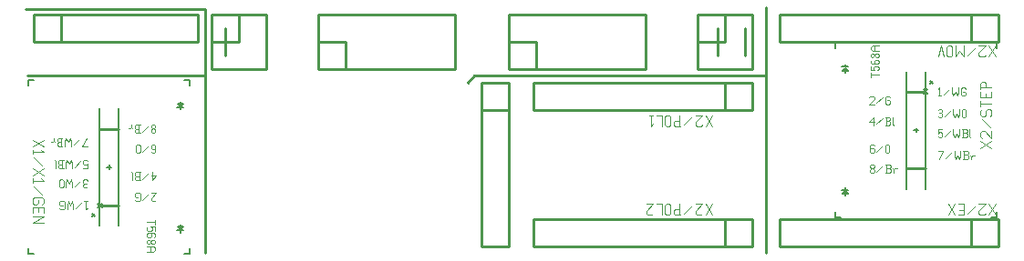
<source format=gbr>
G04 start of page 8 for group -4079 idx -4079 *
G04 Title: (unknown), topsilk *
G04 Creator: pcb 1.99z *
G04 CreationDate: Sat 29 Oct 2016 01:04:30 AM GMT UTC *
G04 For: commonadmin *
G04 Format: Gerber/RS-274X *
G04 PCB-Dimensions (mil): 4000.00 3000.00 *
G04 PCB-Coordinate-Origin: lower left *
%MOIN*%
%FSLAX25Y25*%
%LNTOPSILK*%
%ADD77C,0.0040*%
%ADD76C,0.0030*%
%ADD75C,0.0060*%
%ADD74C,0.0100*%
G54D74*X77500Y93031D02*Y83031D01*
X4500Y100031D02*X70000D01*
Y10531D01*
Y75531D02*X5000D01*
G54D75*X32358Y28705D02*X30783Y27130D01*
Y28705D02*X32358Y27130D01*
G54D74*X257500Y93031D02*Y83031D01*
X267500Y93031D02*Y83031D01*
X275000Y100531D02*Y10531D01*
Y75531D02*X168500D01*
X166000Y73031D01*
G54D75*X332642Y68874D02*X334217Y70449D01*
Y68874D02*X332642Y70449D01*
G54D76*X27043Y27063D02*X26443Y26463D01*
Y29463D02*Y26463D01*
X25918Y29463D02*X27043D01*
X25018Y29088D02*X22768Y26838D01*
X21868Y27963D02*Y26463D01*
Y27963D02*X21493Y29463D01*
X20743Y27963D01*
X19993Y29463D01*
X19618Y27963D01*
Y26463D01*
X17218D02*X16843Y26838D01*
X17218Y26463D02*X18343D01*
X18718Y26838D02*X18343Y26463D01*
X18718Y29088D02*Y26838D01*
Y29088D02*X18343Y29463D01*
X17218D02*X18343D01*
X17218D02*X16843Y29088D01*
Y28338D01*
X17218Y27963D02*X16843Y28338D01*
X17218Y27963D02*X17968D01*
X26984Y34790D02*X26609Y34415D01*
X25859D02*X26609D01*
X25859D02*X25484Y34790D01*
X25859Y37415D02*X25484Y37040D01*
X25859Y37415D02*X26609D01*
X26984Y37040D02*X26609Y37415D01*
X25859Y35765D02*X26609D01*
X25484Y35390D02*Y34790D01*
Y37040D02*Y36140D01*
X25859Y35765D01*
X25484Y35390D02*X25859Y35765D01*
X24584Y37040D02*X22334Y34790D01*
X21434Y35915D02*Y34415D01*
Y35915D02*X21059Y37415D01*
X20309Y35915D01*
X19559Y37415D01*
X19184Y35915D01*
Y34415D01*
X18284Y37040D02*Y34790D01*
X17909Y34415D01*
X17159D02*X17909D01*
X17159D02*X16784Y34790D01*
Y37040D02*Y34790D01*
X17159Y37415D02*X16784Y37040D01*
X17159Y37415D02*X17909D01*
X18284Y37040D02*X17909Y37415D01*
X25484Y41679D02*X26984D01*
Y43179D02*Y41679D01*
Y43179D02*X26609Y42804D01*
X25859D02*X26609D01*
X25859D02*X25484Y43179D01*
Y44304D02*Y43179D01*
X25859Y44679D02*X25484Y44304D01*
X25859Y44679D02*X26609D01*
X26984Y44304D02*X26609Y44679D01*
X24584Y44304D02*X22334Y42054D01*
X21434Y43179D02*Y41679D01*
Y43179D02*X21059Y44679D01*
X20309Y43179D01*
X19559Y44679D01*
X19184Y43179D01*
Y41679D01*
X16784Y44679D02*X18284D01*
X16784D02*X16409Y44304D01*
Y43404D01*
X16784Y43029D02*X16409Y43404D01*
X16784Y43029D02*X17909D01*
Y44679D02*Y41679D01*
X16784D02*X18284D01*
X16784D02*X16409Y42054D01*
Y42654D02*Y42054D01*
X16784Y43029D02*X16409Y42654D01*
X15509Y44304D02*Y41679D01*
Y44304D02*X15134Y44679D01*
X51726Y22543D02*Y21043D01*
X48726Y21793D02*X51726D01*
Y20143D02*Y18643D01*
X50226Y20143D02*X51726D01*
X50226D02*X50601Y19768D01*
Y19018D01*
X50226Y18643D01*
X49101D02*X50226D01*
X48726Y19018D02*X49101Y18643D01*
X48726Y19768D02*Y19018D01*
X49101Y20143D02*X48726Y19768D01*
X51726Y16618D02*X51351Y16243D01*
X51726Y17368D02*Y16618D01*
X51351Y17743D02*X51726Y17368D01*
X49101Y17743D02*X51351D01*
X49101D02*X48726Y17368D01*
X50376Y16618D02*X50001Y16243D01*
X50376Y17743D02*Y16618D01*
X48726Y17368D02*Y16618D01*
X49101Y16243D01*
X50001D01*
X49101Y15343D02*X48726Y14968D01*
X49101Y15343D02*X49701D01*
X50226Y14818D01*
Y14368D01*
X49701Y13843D01*
X49101D02*X49701D01*
X48726Y14218D02*X49101Y13843D01*
X48726Y14968D02*Y14218D01*
X50751Y15343D02*X50226Y14818D01*
X50751Y15343D02*X51351D01*
X51726Y14968D01*
Y14218D01*
X51351Y13843D01*
X50751D02*X51351D01*
X50226Y14368D02*X50751Y13843D01*
X48726Y12943D02*X50976D01*
X51726Y12418D01*
Y11593D01*
X50976Y11068D01*
X48726D02*X50976D01*
X50226Y12943D02*Y11068D01*
X52220Y29908D02*X51845Y29533D01*
X50720D02*X51845D01*
X50720D02*X50345Y29908D01*
Y30658D02*Y29908D01*
X52220Y32533D02*X50345Y30658D01*
Y32533D02*X52220D01*
X49445Y32158D02*X47195Y29908D01*
X44795Y29533D02*X44420Y29908D01*
X44795Y29533D02*X45920D01*
X46295Y29908D02*X45920Y29533D01*
X46295Y32158D02*Y29908D01*
Y32158D02*X45920Y32533D01*
X44795D02*X45920D01*
X44795D02*X44420Y32158D01*
Y31408D01*
X44795Y31033D02*X44420Y31408D01*
X44795Y31033D02*X45545D01*
X52220Y39066D02*X50720Y37191D01*
X50345Y39066D02*X52220D01*
X50720Y40191D02*Y37191D01*
X49445Y39816D02*X47195Y37566D01*
X44795Y40191D02*X46295D01*
X44795D02*X44420Y39816D01*
Y38916D01*
X44795Y38541D02*X44420Y38916D01*
X44795Y38541D02*X45920D01*
Y40191D02*Y37191D01*
X44795D02*X46295D01*
X44795D02*X44420Y37566D01*
Y38166D02*Y37566D01*
X44795Y38541D02*X44420Y38166D01*
X43520Y39816D02*Y37191D01*
Y39816D02*X43145Y40191D01*
X50702Y47348D02*X50327Y47723D01*
X50702Y47348D02*X51452D01*
X51827Y47723D02*X51452Y47348D01*
X51827Y49973D02*Y47723D01*
Y49973D02*X51452Y50348D01*
X50702Y48698D02*X50327Y49073D01*
X50702Y48698D02*X51827D01*
X50702Y50348D02*X51452D01*
X50702D02*X50327Y49973D01*
Y49073D01*
X49427Y49973D02*X47177Y47723D01*
X46277Y49973D02*Y47723D01*
X45902Y47348D01*
X45152D02*X45902D01*
X45152D02*X44777Y47723D01*
Y49973D02*Y47723D01*
X45152Y50348D02*X44777Y49973D01*
X45152Y50348D02*X45902D01*
X46277Y49973D02*X45902Y50348D01*
X26609Y52730D02*X25109Y49730D01*
X26984D01*
X24209Y52355D02*X21959Y50105D01*
X21059Y51230D02*Y49730D01*
Y51230D02*X20684Y52730D01*
X19934Y51230D01*
X19184Y52730D01*
X18809Y51230D01*
Y49730D01*
X16409Y52730D02*X17909D01*
X16409D02*X16034Y52355D01*
Y51455D01*
X16409Y51080D02*X16034Y51455D01*
X16409Y51080D02*X17534D01*
Y52730D02*Y49730D01*
X16409D02*X17909D01*
X16409D02*X16034Y50105D01*
Y50705D02*Y50105D01*
X16409Y51080D02*X16034Y50705D01*
X14759Y52730D02*Y51605D01*
X14384Y51230D01*
X13634D02*X14384D01*
X15134D02*X14759Y51605D01*
X51827Y57237D02*X51452Y57612D01*
X51827Y57237D02*Y56637D01*
X51302Y56112D01*
X50852D02*X51302D01*
X50852D02*X50327Y56637D01*
Y57237D02*Y56637D01*
X50702Y57612D02*X50327Y57237D01*
X50702Y57612D02*X51452D01*
X51827Y55587D02*X51302Y56112D01*
X51827Y55587D02*Y54987D01*
X51452Y54612D01*
X50702D02*X51452D01*
X50702D02*X50327Y54987D01*
Y55587D02*Y54987D01*
X50852Y56112D02*X50327Y55587D01*
X49427Y57237D02*X47177Y54987D01*
X44777Y57612D02*X46277D01*
X44777D02*X44402Y57237D01*
Y56337D01*
X44777Y55962D02*X44402Y56337D01*
X44777Y55962D02*X45902D01*
Y57612D02*Y54612D01*
X44777D02*X46277D01*
X44777D02*X44402Y54987D01*
Y55587D02*Y54987D01*
X44777Y55962D02*X44402Y55587D01*
X43127Y57612D02*Y56487D01*
X42752Y56112D01*
X42002D02*X42752D01*
X43502D02*X43127Y56487D01*
X313274Y76535D02*Y75035D01*
Y75785D02*X316274D01*
X313274Y78935D02*Y77435D01*
X314774D01*
X314399Y77810D01*
Y78560D02*Y77810D01*
Y78560D02*X314774Y78935D01*
X315899D01*
X316274Y78560D02*X315899Y78935D01*
X316274Y78560D02*Y77810D01*
X315899Y77435D02*X316274Y77810D01*
X313274Y80960D02*X313649Y81335D01*
X313274Y80960D02*Y80210D01*
X313649Y79835D02*X313274Y80210D01*
X313649Y79835D02*X315899D01*
X316274Y80210D01*
X314624Y80960D02*X314999Y81335D01*
X314624Y80960D02*Y79835D01*
X316274Y80960D02*Y80210D01*
Y80960D02*X315899Y81335D01*
X314999D02*X315899D01*
Y82235D02*X316274Y82610D01*
X315299Y82235D02*X315899D01*
X315299D02*X314774Y82760D01*
Y83210D02*Y82760D01*
Y83210D02*X315299Y83735D01*
X315899D01*
X316274Y83360D02*X315899Y83735D01*
X316274Y83360D02*Y82610D01*
X314249Y82235D02*X314774Y82760D01*
X313649Y82235D02*X314249D01*
X313649D02*X313274Y82610D01*
Y83360D02*Y82610D01*
Y83360D02*X313649Y83735D01*
X314249D01*
X314774Y83210D02*X314249Y83735D01*
X314024Y84635D02*X316274D01*
X314024D02*X313274Y85160D01*
Y85985D02*Y85160D01*
Y85985D02*X314024Y86510D01*
X316274D01*
X314774D02*Y84635D01*
X312780Y67670D02*X313155Y68045D01*
X314280D01*
X314655Y67670D01*
Y66920D01*
X312780Y65045D02*X314655Y66920D01*
X312780Y65045D02*X314655D01*
X315555Y65420D02*X317805Y67670D01*
X320205Y68045D02*X320580Y67670D01*
X319080Y68045D02*X320205D01*
X318705Y67670D02*X319080Y68045D01*
X318705Y67670D02*Y65420D01*
X319080Y65045D01*
X320205D01*
X320580Y65420D01*
Y66170D02*Y65420D01*
X320205Y66545D02*X320580Y66170D01*
X319455Y66545D02*X320205D01*
X312780Y58513D02*X314280Y60388D01*
X312780Y58513D02*X314655D01*
X314280Y60388D02*Y57388D01*
X315555Y57763D02*X317805Y60013D01*
X318705Y57388D02*X320205D01*
X320580Y57763D01*
Y58663D02*Y57763D01*
X320205Y59038D02*X320580Y58663D01*
X319080Y59038D02*X320205D01*
X319080Y60388D02*Y57388D01*
X318705Y60388D02*X320205D01*
X320580Y60013D01*
Y59413D01*
X320205Y59038D02*X320580Y59413D01*
X321480Y60388D02*Y57763D01*
X321855Y57388D01*
X314298Y50230D02*X314673Y49855D01*
X313548Y50230D02*X314298D01*
X313173Y49855D02*X313548Y50230D01*
X313173Y49855D02*Y47605D01*
X313548Y47230D01*
X314298Y48880D02*X314673Y48505D01*
X313173Y48880D02*X314298D01*
X313548Y47230D02*X314298D01*
X314673Y47605D01*
Y48505D02*Y47605D01*
X315573D02*X317823Y49855D01*
X318723D02*Y47605D01*
Y49855D02*X319098Y50230D01*
X319848D01*
X320223Y49855D01*
Y47605D01*
X319848Y47230D02*X320223Y47605D01*
X319098Y47230D02*X319848D01*
X318723Y47605D02*X319098Y47230D01*
X313173Y40342D02*X313548Y39967D01*
X313173Y40942D02*Y40342D01*
Y40942D02*X313698Y41467D01*
X314148D01*
X314673Y40942D01*
Y40342D01*
X314298Y39967D02*X314673Y40342D01*
X313548Y39967D02*X314298D01*
X313173Y41992D02*X313698Y41467D01*
X313173Y42592D02*Y41992D01*
Y42592D02*X313548Y42967D01*
X314298D01*
X314673Y42592D01*
Y41992D01*
X314148Y41467D02*X314673Y41992D01*
X315573Y40342D02*X317823Y42592D01*
X318723Y39967D02*X320223D01*
X320598Y40342D01*
Y41242D02*Y40342D01*
X320223Y41617D02*X320598Y41242D01*
X319098Y41617D02*X320223D01*
X319098Y42967D02*Y39967D01*
X318723Y42967D02*X320223D01*
X320598Y42592D01*
Y41992D01*
X320223Y41617D02*X320598Y41992D01*
X321873Y41092D02*Y39967D01*
Y41092D02*X322248Y41467D01*
X322998D01*
X321498D02*X321873Y41092D01*
X337957Y70516D02*X338557Y71116D01*
Y68116D01*
X337957D02*X339082D01*
X339982Y68491D02*X342232Y70741D01*
X343132Y71116D02*Y69616D01*
X343507Y68116D01*
X344257Y69616D01*
X345007Y68116D01*
X345382Y69616D01*
Y71116D02*Y69616D01*
X347782Y71116D02*X348157Y70741D01*
X346657Y71116D02*X347782D01*
X346282Y70741D02*X346657Y71116D01*
X346282Y70741D02*Y68491D01*
X346657Y68116D01*
X347782D01*
X348157Y68491D01*
Y69241D02*Y68491D01*
X347782Y69616D02*X348157Y69241D01*
X347032Y69616D02*X347782D01*
X338016Y62788D02*X338391Y63163D01*
X339141D01*
X339516Y62788D01*
X339141Y60163D02*X339516Y60538D01*
X338391Y60163D02*X339141D01*
X338016Y60538D02*X338391Y60163D01*
Y61813D02*X339141D01*
X339516Y62788D02*Y62188D01*
Y61438D02*Y60538D01*
Y61438D02*X339141Y61813D01*
X339516Y62188D02*X339141Y61813D01*
X340416Y60538D02*X342666Y62788D01*
X343566Y63163D02*Y61663D01*
X343941Y60163D01*
X344691Y61663D01*
X345441Y60163D01*
X345816Y61663D01*
Y63163D02*Y61663D01*
X346716Y62788D02*Y60538D01*
Y62788D02*X347091Y63163D01*
X347841D01*
X348216Y62788D01*
Y60538D01*
X347841Y60163D02*X348216Y60538D01*
X347091Y60163D02*X347841D01*
X346716Y60538D02*X347091Y60163D01*
X338016Y55900D02*X339516D01*
X338016D02*Y54400D01*
X338391Y54775D01*
X339141D01*
X339516Y54400D01*
Y53275D01*
X339141Y52900D02*X339516Y53275D01*
X338391Y52900D02*X339141D01*
X338016Y53275D02*X338391Y52900D01*
X340416Y53275D02*X342666Y55525D01*
X343566Y55900D02*Y54400D01*
X343941Y52900D01*
X344691Y54400D01*
X345441Y52900D01*
X345816Y54400D01*
Y55900D02*Y54400D01*
X346716Y52900D02*X348216D01*
X348591Y53275D01*
Y54175D02*Y53275D01*
X348216Y54550D02*X348591Y54175D01*
X347091Y54550D02*X348216D01*
X347091Y55900D02*Y52900D01*
X346716Y55900D02*X348216D01*
X348591Y55525D01*
Y54925D01*
X348216Y54550D02*X348591Y54925D01*
X349491Y55900D02*Y53275D01*
X349866Y52900D01*
X338391Y44848D02*X339891Y47848D01*
X338016D02*X339891D01*
X340791Y45223D02*X343041Y47473D01*
X343941Y47848D02*Y46348D01*
X344316Y44848D01*
X345066Y46348D01*
X345816Y44848D01*
X346191Y46348D01*
Y47848D02*Y46348D01*
X347091Y44848D02*X348591D01*
X348966Y45223D01*
Y46123D02*Y45223D01*
X348591Y46498D02*X348966Y46123D01*
X347466Y46498D02*X348591D01*
X347466Y47848D02*Y44848D01*
X347091Y47848D02*X348591D01*
X348966Y47473D01*
Y46873D01*
X348591Y46498D02*X348966Y46873D01*
X350241Y45973D02*Y44848D01*
Y45973D02*X350616Y46348D01*
X351366D01*
X349866D02*X350241Y45973D01*
G54D74*X72500Y98031D02*Y78031D01*
X92500D01*
Y98031D01*
X72500D01*
Y88031D02*X82500D01*
Y98031D01*
X7500Y88031D02*X67500D01*
Y98031D02*Y88031D01*
X7500Y98031D02*X67500D01*
X7500D02*Y88031D01*
X17500Y98031D02*Y88031D01*
X7500Y98031D02*X17500D01*
G54D75*X28898Y24921D02*X29882Y23937D01*
Y24921D02*X28898Y23937D01*
X60984Y66063D02*Y65276D01*
Y63898D02*Y63110D01*
X59803Y63898D02*X62165D01*
X60000Y65276D02*X61969D01*
X60984Y64291D02*X60000Y65276D01*
X61969D02*X60984Y64291D01*
Y20984D02*Y20197D01*
Y18819D02*Y18031D01*
X59803Y18819D02*X62165D01*
X60000Y20197D02*X61969D01*
X60984Y19213D02*X60000Y20197D01*
X61969D02*X60984Y19213D01*
X64528Y12126D02*Y10157D01*
X62559D02*X64528D01*
Y73937D02*Y71969D01*
X62559Y73937D02*X64528D01*
X5472Y12126D02*Y10157D01*
X7441D01*
X5472Y73937D02*Y71969D01*
Y73937D02*X7441D01*
X34213Y42047D02*X35787D01*
X35000Y42835D02*Y41260D01*
X38543Y63701D02*Y20591D01*
X31457Y63701D02*Y20591D01*
G54D74*Y56024D02*X38543D01*
X31457Y28071D02*X38543D01*
X250000Y98031D02*Y78031D01*
X270000D01*
Y98031D01*
X250000D01*
Y88031D02*X260000D01*
Y98031D01*
X190000Y73031D02*X270000D01*
X190000D02*Y63031D01*
X270000D01*
Y73031D02*Y63031D01*
X260000Y73031D02*Y63031D01*
X270000D01*
X181000Y78031D02*X231000D01*
Y98031D02*Y78031D01*
X181000Y98031D02*X231000D01*
X181000D02*Y78031D01*
X191000Y88031D02*Y78031D01*
X181000Y88031D02*X191000D01*
X171000Y73031D02*Y13031D01*
X181000D01*
Y73031D01*
X171000D01*
Y63031D02*X181000D01*
Y73031D01*
X111500Y78031D02*X161500D01*
Y98031D02*Y78031D01*
X111500Y98031D02*X161500D01*
X111500D02*Y78031D01*
X121500Y88031D02*Y78031D01*
X111500Y88031D02*X121500D01*
X280000Y23031D02*X360000D01*
X280000D02*Y13031D01*
X360000D01*
Y23031D02*Y13031D01*
X350000Y23031D02*Y13031D01*
X360000D01*
X190000Y23031D02*X270000D01*
X190000D02*Y13031D01*
X270000D01*
Y23031D02*Y13031D01*
X260000Y23031D02*Y13031D01*
X270000D01*
X280000Y98031D02*X360000D01*
X280000D02*Y88031D01*
X360000D01*
Y98031D02*Y88031D01*
X350000Y98031D02*Y88031D01*
X360000D01*
G54D75*X336102Y72657D02*X335118Y73642D01*
Y72657D02*X336102Y73642D01*
X304016Y32303D02*Y31516D01*
Y34469D02*Y33681D01*
X302835D02*X305197D01*
X303031Y32303D02*X305000D01*
X304016Y33287D02*X305000Y32303D01*
X303031D02*X304016Y33287D01*
Y77382D02*Y76594D01*
Y79547D02*Y78760D01*
X302835D02*X305197D01*
X303031Y77382D02*X305000D01*
X304016Y78366D02*X305000Y77382D01*
X303031D02*X304016Y78366D01*
X300472Y87421D02*Y85453D01*
Y87421D02*X302441D01*
X300472Y25610D02*Y23642D01*
X302441D01*
X359528Y87421D02*Y85453D01*
X357559Y87421D02*X359528D01*
Y25610D02*Y23642D01*
X357559D02*X359528D01*
X329213Y55531D02*X330787D01*
X330000Y56319D02*Y54744D01*
X326457Y76988D02*Y33878D01*
X333543Y76988D02*Y33878D01*
G54D74*X326457Y41555D02*X333543D01*
X326457Y69508D02*X333543D01*
G54D77*X359000Y28531D02*X356500Y24531D01*
X359000D02*X356500Y28531D01*
X355300Y25031D02*X354800Y24531D01*
X353300D02*X354800D01*
X353300D02*X352800Y25031D01*
Y26031D02*Y25031D01*
X355300Y28531D02*X352800Y26031D01*
Y28531D02*X355300D01*
X351600Y28031D02*X348600Y25031D01*
X345900Y26331D02*X347400D01*
X345400Y28531D02*X347400D01*
Y24531D01*
X345400D02*X347400D01*
X344200Y28531D02*X341700Y24531D01*
X344200D02*X341700Y28531D01*
X255500D02*X253000Y24531D01*
X255500D02*X253000Y28531D01*
X251800Y25031D02*X251300Y24531D01*
X249800D02*X251300D01*
X249800D02*X249300Y25031D01*
Y26031D02*Y25031D01*
X251800Y28531D02*X249300Y26031D01*
Y28531D02*X251800D01*
X248100Y28031D02*X245100Y25031D01*
X243400Y28531D02*Y24531D01*
X241900D02*X243900D01*
X241900D02*X241400Y25031D01*
Y26031D02*Y25031D01*
X241900Y26531D02*X241400Y26031D01*
X241900Y26531D02*X243400D01*
X240200Y28031D02*Y25031D01*
X239700Y24531D01*
X238700D02*X239700D01*
X238700D02*X238200Y25031D01*
Y28031D02*Y25031D01*
X238700Y28531D02*X238200Y28031D01*
X238700Y28531D02*X239700D01*
X240200Y28031D02*X239700Y28531D01*
X237000D02*Y24531D01*
X235000Y28531D02*X237000D01*
X233800Y25031D02*X233300Y24531D01*
X231800D02*X233300D01*
X231800D02*X231300Y25031D01*
Y26031D02*Y25031D01*
X233800Y28531D02*X231300Y26031D01*
Y28531D02*X233800D01*
X359000Y86531D02*X356500Y82531D01*
X359000D02*X356500Y86531D01*
X355300Y83031D02*X354800Y82531D01*
X353300D02*X354800D01*
X353300D02*X352800Y83031D01*
Y84031D02*Y83031D01*
X355300Y86531D02*X352800Y84031D01*
Y86531D02*X355300D01*
X351600Y86031D02*X348600Y83031D01*
X347400Y86531D02*Y82531D01*
X345900Y84531D01*
X344400Y82531D01*
Y86531D02*Y82531D01*
X343200Y86031D02*Y83031D01*
X342700Y82531D01*
X341700D02*X342700D01*
X341700D02*X341200Y83031D01*
Y86031D02*Y83031D01*
X341700Y86531D02*X341200Y86031D01*
X341700Y86531D02*X342700D01*
X343200Y86031D02*X342700Y86531D01*
X340000Y82531D02*X339000Y86531D01*
X338000Y82531D01*
X357500Y49031D02*X353500Y51531D01*
Y49031D02*X357500Y51531D01*
X354000Y52732D02*X353500Y53232D01*
Y54732D02*Y53232D01*
Y54732D02*X354000Y55232D01*
X355000D01*
X357500Y52732D02*X355000Y55232D01*
X357500D02*Y52732D01*
X357000Y56432D02*X354000Y59432D01*
X353500Y62632D02*X354000Y63132D01*
X353500Y62632D02*Y61132D01*
X354000Y60632D02*X353500Y61132D01*
X354000Y60632D02*X355000D01*
X355500Y61132D01*
Y62632D02*Y61132D01*
Y62632D02*X356000Y63132D01*
X357000D01*
X357500Y62632D02*X357000Y63132D01*
X357500Y62632D02*Y61132D01*
X357000Y60632D02*X357500Y61132D01*
X353500Y66332D02*Y64332D01*
Y65332D02*X357500D01*
X355300Y69032D02*Y67532D01*
X357500Y69532D02*Y67532D01*
X353500D02*X357500D01*
X353500Y69532D02*Y67532D01*
Y71232D02*X357500D01*
X353500Y72732D02*Y70732D01*
Y72732D02*X354000Y73232D01*
X355000D01*
X355500Y72732D02*X355000Y73232D01*
X355500Y72732D02*Y71232D01*
X255500Y61031D02*X253000Y57031D01*
X255500D02*X253000Y61031D01*
X251800Y57531D02*X251300Y57031D01*
X249800D02*X251300D01*
X249800D02*X249300Y57531D01*
Y58531D02*Y57531D01*
X251800Y61031D02*X249300Y58531D01*
Y61031D02*X251800D01*
X248100Y60531D02*X245100Y57531D01*
X243400Y61031D02*Y57031D01*
X241900D02*X243900D01*
X241900D02*X241400Y57531D01*
Y58531D02*Y57531D01*
X241900Y59031D02*X241400Y58531D01*
X241900Y59031D02*X243400D01*
X240200Y60531D02*Y57531D01*
X239700Y57031D01*
X238700D02*X239700D01*
X238700D02*X238200Y57531D01*
Y60531D02*Y57531D01*
X238700Y61031D02*X238200Y60531D01*
X238700Y61031D02*X239700D01*
X240200Y60531D02*X239700Y61031D01*
X237000D02*Y57031D01*
X235000Y61031D02*X237000D01*
X233800Y57831D02*X233000Y57031D01*
Y61031D02*Y57031D01*
X232300Y61031D02*X233800D01*
X7000Y52047D02*X11000Y49547D01*
Y52047D02*X7000Y49547D01*
X10200Y48347D02*X11000Y47547D01*
X7000D02*X11000D01*
X7000Y48347D02*Y46847D01*
X7500Y45647D02*X10500Y42647D01*
X7000Y41447D02*X11000Y38947D01*
Y41447D02*X7000Y38947D01*
X10200Y37747D02*X11000Y36947D01*
X7000D02*X11000D01*
X7000Y37747D02*Y36247D01*
X7500Y35047D02*X10500Y32047D01*
X11000Y28847D02*X10500Y28347D01*
X11000Y30347D02*Y28847D01*
X10500Y30847D02*X11000Y30347D01*
X7500Y30847D02*X10500D01*
X7500D02*X7000Y30347D01*
Y28847D01*
X7500Y28347D01*
X8500D01*
X9000Y28847D02*X8500Y28347D01*
X9000Y29847D02*Y28847D01*
X9200Y27147D02*Y25647D01*
X7000Y27147D02*Y25147D01*
Y27147D02*X11000D01*
Y25147D01*
X7000Y23947D02*X11000D01*
X7000Y21447D01*
X11000D01*
M02*

</source>
